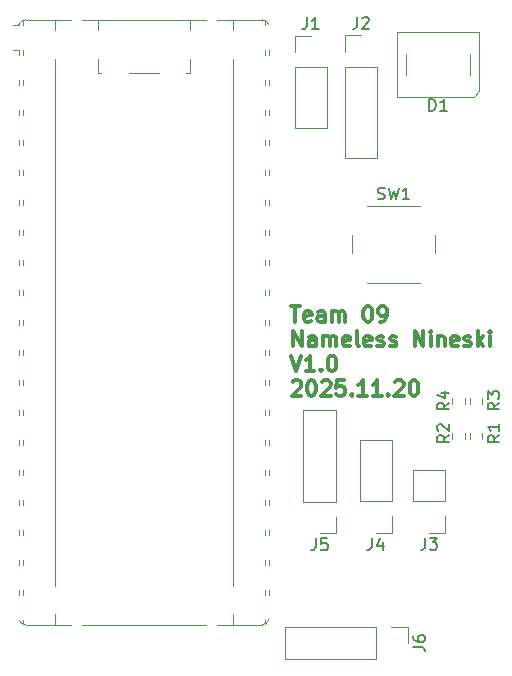
<source format=gbr>
%TF.GenerationSoftware,KiCad,Pcbnew,9.0.6*%
%TF.CreationDate,2025-11-19T19:53:09-08:00*%
%TF.ProjectId,LED sniffer project,4c454420-736e-4696-9666-65722070726f,1.0*%
%TF.SameCoordinates,Original*%
%TF.FileFunction,Legend,Top*%
%TF.FilePolarity,Positive*%
%FSLAX46Y46*%
G04 Gerber Fmt 4.6, Leading zero omitted, Abs format (unit mm)*
G04 Created by KiCad (PCBNEW 9.0.6) date 2025-11-19 19:53:09*
%MOMM*%
%LPD*%
G01*
G04 APERTURE LIST*
%ADD10C,0.300000*%
%ADD11C,0.150000*%
%ADD12C,0.120000*%
G04 APERTURE END LIST*
D10*
X149571177Y-75746523D02*
X150314034Y-75746523D01*
X149942606Y-77046523D02*
X149942606Y-75746523D01*
X151242605Y-76984619D02*
X151118796Y-77046523D01*
X151118796Y-77046523D02*
X150871177Y-77046523D01*
X150871177Y-77046523D02*
X150747367Y-76984619D01*
X150747367Y-76984619D02*
X150685463Y-76860809D01*
X150685463Y-76860809D02*
X150685463Y-76365571D01*
X150685463Y-76365571D02*
X150747367Y-76241761D01*
X150747367Y-76241761D02*
X150871177Y-76179857D01*
X150871177Y-76179857D02*
X151118796Y-76179857D01*
X151118796Y-76179857D02*
X151242605Y-76241761D01*
X151242605Y-76241761D02*
X151304510Y-76365571D01*
X151304510Y-76365571D02*
X151304510Y-76489380D01*
X151304510Y-76489380D02*
X150685463Y-76613190D01*
X152418796Y-77046523D02*
X152418796Y-76365571D01*
X152418796Y-76365571D02*
X152356891Y-76241761D01*
X152356891Y-76241761D02*
X152233082Y-76179857D01*
X152233082Y-76179857D02*
X151985463Y-76179857D01*
X151985463Y-76179857D02*
X151861653Y-76241761D01*
X152418796Y-76984619D02*
X152294987Y-77046523D01*
X152294987Y-77046523D02*
X151985463Y-77046523D01*
X151985463Y-77046523D02*
X151861653Y-76984619D01*
X151861653Y-76984619D02*
X151799749Y-76860809D01*
X151799749Y-76860809D02*
X151799749Y-76736999D01*
X151799749Y-76736999D02*
X151861653Y-76613190D01*
X151861653Y-76613190D02*
X151985463Y-76551285D01*
X151985463Y-76551285D02*
X152294987Y-76551285D01*
X152294987Y-76551285D02*
X152418796Y-76489380D01*
X153037843Y-77046523D02*
X153037843Y-76179857D01*
X153037843Y-76303666D02*
X153099748Y-76241761D01*
X153099748Y-76241761D02*
X153223558Y-76179857D01*
X153223558Y-76179857D02*
X153409272Y-76179857D01*
X153409272Y-76179857D02*
X153533081Y-76241761D01*
X153533081Y-76241761D02*
X153594986Y-76365571D01*
X153594986Y-76365571D02*
X153594986Y-77046523D01*
X153594986Y-76365571D02*
X153656891Y-76241761D01*
X153656891Y-76241761D02*
X153780700Y-76179857D01*
X153780700Y-76179857D02*
X153966415Y-76179857D01*
X153966415Y-76179857D02*
X154090224Y-76241761D01*
X154090224Y-76241761D02*
X154152129Y-76365571D01*
X154152129Y-76365571D02*
X154152129Y-77046523D01*
X156009271Y-75746523D02*
X156133081Y-75746523D01*
X156133081Y-75746523D02*
X156256890Y-75808428D01*
X156256890Y-75808428D02*
X156318795Y-75870333D01*
X156318795Y-75870333D02*
X156380700Y-75994142D01*
X156380700Y-75994142D02*
X156442605Y-76241761D01*
X156442605Y-76241761D02*
X156442605Y-76551285D01*
X156442605Y-76551285D02*
X156380700Y-76798904D01*
X156380700Y-76798904D02*
X156318795Y-76922714D01*
X156318795Y-76922714D02*
X156256890Y-76984619D01*
X156256890Y-76984619D02*
X156133081Y-77046523D01*
X156133081Y-77046523D02*
X156009271Y-77046523D01*
X156009271Y-77046523D02*
X155885462Y-76984619D01*
X155885462Y-76984619D02*
X155823557Y-76922714D01*
X155823557Y-76922714D02*
X155761652Y-76798904D01*
X155761652Y-76798904D02*
X155699748Y-76551285D01*
X155699748Y-76551285D02*
X155699748Y-76241761D01*
X155699748Y-76241761D02*
X155761652Y-75994142D01*
X155761652Y-75994142D02*
X155823557Y-75870333D01*
X155823557Y-75870333D02*
X155885462Y-75808428D01*
X155885462Y-75808428D02*
X156009271Y-75746523D01*
X157061652Y-77046523D02*
X157309271Y-77046523D01*
X157309271Y-77046523D02*
X157433081Y-76984619D01*
X157433081Y-76984619D02*
X157494985Y-76922714D01*
X157494985Y-76922714D02*
X157618795Y-76736999D01*
X157618795Y-76736999D02*
X157680700Y-76489380D01*
X157680700Y-76489380D02*
X157680700Y-75994142D01*
X157680700Y-75994142D02*
X157618795Y-75870333D01*
X157618795Y-75870333D02*
X157556890Y-75808428D01*
X157556890Y-75808428D02*
X157433081Y-75746523D01*
X157433081Y-75746523D02*
X157185462Y-75746523D01*
X157185462Y-75746523D02*
X157061652Y-75808428D01*
X157061652Y-75808428D02*
X156999747Y-75870333D01*
X156999747Y-75870333D02*
X156937843Y-75994142D01*
X156937843Y-75994142D02*
X156937843Y-76303666D01*
X156937843Y-76303666D02*
X156999747Y-76427476D01*
X156999747Y-76427476D02*
X157061652Y-76489380D01*
X157061652Y-76489380D02*
X157185462Y-76551285D01*
X157185462Y-76551285D02*
X157433081Y-76551285D01*
X157433081Y-76551285D02*
X157556890Y-76489380D01*
X157556890Y-76489380D02*
X157618795Y-76427476D01*
X157618795Y-76427476D02*
X157680700Y-76303666D01*
X149756891Y-79139450D02*
X149756891Y-77839450D01*
X149756891Y-77839450D02*
X150499748Y-79139450D01*
X150499748Y-79139450D02*
X150499748Y-77839450D01*
X151675939Y-79139450D02*
X151675939Y-78458498D01*
X151675939Y-78458498D02*
X151614034Y-78334688D01*
X151614034Y-78334688D02*
X151490225Y-78272784D01*
X151490225Y-78272784D02*
X151242606Y-78272784D01*
X151242606Y-78272784D02*
X151118796Y-78334688D01*
X151675939Y-79077546D02*
X151552130Y-79139450D01*
X151552130Y-79139450D02*
X151242606Y-79139450D01*
X151242606Y-79139450D02*
X151118796Y-79077546D01*
X151118796Y-79077546D02*
X151056892Y-78953736D01*
X151056892Y-78953736D02*
X151056892Y-78829926D01*
X151056892Y-78829926D02*
X151118796Y-78706117D01*
X151118796Y-78706117D02*
X151242606Y-78644212D01*
X151242606Y-78644212D02*
X151552130Y-78644212D01*
X151552130Y-78644212D02*
X151675939Y-78582307D01*
X152294986Y-79139450D02*
X152294986Y-78272784D01*
X152294986Y-78396593D02*
X152356891Y-78334688D01*
X152356891Y-78334688D02*
X152480701Y-78272784D01*
X152480701Y-78272784D02*
X152666415Y-78272784D01*
X152666415Y-78272784D02*
X152790224Y-78334688D01*
X152790224Y-78334688D02*
X152852129Y-78458498D01*
X152852129Y-78458498D02*
X152852129Y-79139450D01*
X152852129Y-78458498D02*
X152914034Y-78334688D01*
X152914034Y-78334688D02*
X153037843Y-78272784D01*
X153037843Y-78272784D02*
X153223558Y-78272784D01*
X153223558Y-78272784D02*
X153347367Y-78334688D01*
X153347367Y-78334688D02*
X153409272Y-78458498D01*
X153409272Y-78458498D02*
X153409272Y-79139450D01*
X154523557Y-79077546D02*
X154399748Y-79139450D01*
X154399748Y-79139450D02*
X154152129Y-79139450D01*
X154152129Y-79139450D02*
X154028319Y-79077546D01*
X154028319Y-79077546D02*
X153966415Y-78953736D01*
X153966415Y-78953736D02*
X153966415Y-78458498D01*
X153966415Y-78458498D02*
X154028319Y-78334688D01*
X154028319Y-78334688D02*
X154152129Y-78272784D01*
X154152129Y-78272784D02*
X154399748Y-78272784D01*
X154399748Y-78272784D02*
X154523557Y-78334688D01*
X154523557Y-78334688D02*
X154585462Y-78458498D01*
X154585462Y-78458498D02*
X154585462Y-78582307D01*
X154585462Y-78582307D02*
X153966415Y-78706117D01*
X155328320Y-79139450D02*
X155204510Y-79077546D01*
X155204510Y-79077546D02*
X155142605Y-78953736D01*
X155142605Y-78953736D02*
X155142605Y-77839450D01*
X156318795Y-79077546D02*
X156194986Y-79139450D01*
X156194986Y-79139450D02*
X155947367Y-79139450D01*
X155947367Y-79139450D02*
X155823557Y-79077546D01*
X155823557Y-79077546D02*
X155761653Y-78953736D01*
X155761653Y-78953736D02*
X155761653Y-78458498D01*
X155761653Y-78458498D02*
X155823557Y-78334688D01*
X155823557Y-78334688D02*
X155947367Y-78272784D01*
X155947367Y-78272784D02*
X156194986Y-78272784D01*
X156194986Y-78272784D02*
X156318795Y-78334688D01*
X156318795Y-78334688D02*
X156380700Y-78458498D01*
X156380700Y-78458498D02*
X156380700Y-78582307D01*
X156380700Y-78582307D02*
X155761653Y-78706117D01*
X156875939Y-79077546D02*
X156999748Y-79139450D01*
X156999748Y-79139450D02*
X157247367Y-79139450D01*
X157247367Y-79139450D02*
X157371177Y-79077546D01*
X157371177Y-79077546D02*
X157433081Y-78953736D01*
X157433081Y-78953736D02*
X157433081Y-78891831D01*
X157433081Y-78891831D02*
X157371177Y-78768022D01*
X157371177Y-78768022D02*
X157247367Y-78706117D01*
X157247367Y-78706117D02*
X157061653Y-78706117D01*
X157061653Y-78706117D02*
X156937843Y-78644212D01*
X156937843Y-78644212D02*
X156875939Y-78520403D01*
X156875939Y-78520403D02*
X156875939Y-78458498D01*
X156875939Y-78458498D02*
X156937843Y-78334688D01*
X156937843Y-78334688D02*
X157061653Y-78272784D01*
X157061653Y-78272784D02*
X157247367Y-78272784D01*
X157247367Y-78272784D02*
X157371177Y-78334688D01*
X157928320Y-79077546D02*
X158052129Y-79139450D01*
X158052129Y-79139450D02*
X158299748Y-79139450D01*
X158299748Y-79139450D02*
X158423558Y-79077546D01*
X158423558Y-79077546D02*
X158485462Y-78953736D01*
X158485462Y-78953736D02*
X158485462Y-78891831D01*
X158485462Y-78891831D02*
X158423558Y-78768022D01*
X158423558Y-78768022D02*
X158299748Y-78706117D01*
X158299748Y-78706117D02*
X158114034Y-78706117D01*
X158114034Y-78706117D02*
X157990224Y-78644212D01*
X157990224Y-78644212D02*
X157928320Y-78520403D01*
X157928320Y-78520403D02*
X157928320Y-78458498D01*
X157928320Y-78458498D02*
X157990224Y-78334688D01*
X157990224Y-78334688D02*
X158114034Y-78272784D01*
X158114034Y-78272784D02*
X158299748Y-78272784D01*
X158299748Y-78272784D02*
X158423558Y-78334688D01*
X160033081Y-79139450D02*
X160033081Y-77839450D01*
X160033081Y-77839450D02*
X160775938Y-79139450D01*
X160775938Y-79139450D02*
X160775938Y-77839450D01*
X161394986Y-79139450D02*
X161394986Y-78272784D01*
X161394986Y-77839450D02*
X161333082Y-77901355D01*
X161333082Y-77901355D02*
X161394986Y-77963260D01*
X161394986Y-77963260D02*
X161456891Y-77901355D01*
X161456891Y-77901355D02*
X161394986Y-77839450D01*
X161394986Y-77839450D02*
X161394986Y-77963260D01*
X162014034Y-78272784D02*
X162014034Y-79139450D01*
X162014034Y-78396593D02*
X162075939Y-78334688D01*
X162075939Y-78334688D02*
X162199749Y-78272784D01*
X162199749Y-78272784D02*
X162385463Y-78272784D01*
X162385463Y-78272784D02*
X162509272Y-78334688D01*
X162509272Y-78334688D02*
X162571177Y-78458498D01*
X162571177Y-78458498D02*
X162571177Y-79139450D01*
X163685462Y-79077546D02*
X163561653Y-79139450D01*
X163561653Y-79139450D02*
X163314034Y-79139450D01*
X163314034Y-79139450D02*
X163190224Y-79077546D01*
X163190224Y-79077546D02*
X163128320Y-78953736D01*
X163128320Y-78953736D02*
X163128320Y-78458498D01*
X163128320Y-78458498D02*
X163190224Y-78334688D01*
X163190224Y-78334688D02*
X163314034Y-78272784D01*
X163314034Y-78272784D02*
X163561653Y-78272784D01*
X163561653Y-78272784D02*
X163685462Y-78334688D01*
X163685462Y-78334688D02*
X163747367Y-78458498D01*
X163747367Y-78458498D02*
X163747367Y-78582307D01*
X163747367Y-78582307D02*
X163128320Y-78706117D01*
X164242606Y-79077546D02*
X164366415Y-79139450D01*
X164366415Y-79139450D02*
X164614034Y-79139450D01*
X164614034Y-79139450D02*
X164737844Y-79077546D01*
X164737844Y-79077546D02*
X164799748Y-78953736D01*
X164799748Y-78953736D02*
X164799748Y-78891831D01*
X164799748Y-78891831D02*
X164737844Y-78768022D01*
X164737844Y-78768022D02*
X164614034Y-78706117D01*
X164614034Y-78706117D02*
X164428320Y-78706117D01*
X164428320Y-78706117D02*
X164304510Y-78644212D01*
X164304510Y-78644212D02*
X164242606Y-78520403D01*
X164242606Y-78520403D02*
X164242606Y-78458498D01*
X164242606Y-78458498D02*
X164304510Y-78334688D01*
X164304510Y-78334688D02*
X164428320Y-78272784D01*
X164428320Y-78272784D02*
X164614034Y-78272784D01*
X164614034Y-78272784D02*
X164737844Y-78334688D01*
X165356891Y-79139450D02*
X165356891Y-77839450D01*
X165480701Y-78644212D02*
X165852129Y-79139450D01*
X165852129Y-78272784D02*
X165356891Y-78768022D01*
X166409272Y-79139450D02*
X166409272Y-78272784D01*
X166409272Y-77839450D02*
X166347368Y-77901355D01*
X166347368Y-77901355D02*
X166409272Y-77963260D01*
X166409272Y-77963260D02*
X166471177Y-77901355D01*
X166471177Y-77901355D02*
X166409272Y-77839450D01*
X166409272Y-77839450D02*
X166409272Y-77963260D01*
X149571177Y-79932377D02*
X150004510Y-81232377D01*
X150004510Y-81232377D02*
X150437844Y-79932377D01*
X151552130Y-81232377D02*
X150809273Y-81232377D01*
X151180701Y-81232377D02*
X151180701Y-79932377D01*
X151180701Y-79932377D02*
X151056892Y-80118092D01*
X151056892Y-80118092D02*
X150933082Y-80241901D01*
X150933082Y-80241901D02*
X150809273Y-80303806D01*
X152109272Y-81108568D02*
X152171177Y-81170473D01*
X152171177Y-81170473D02*
X152109272Y-81232377D01*
X152109272Y-81232377D02*
X152047368Y-81170473D01*
X152047368Y-81170473D02*
X152109272Y-81108568D01*
X152109272Y-81108568D02*
X152109272Y-81232377D01*
X152975939Y-79932377D02*
X153099749Y-79932377D01*
X153099749Y-79932377D02*
X153223558Y-79994282D01*
X153223558Y-79994282D02*
X153285463Y-80056187D01*
X153285463Y-80056187D02*
X153347368Y-80179996D01*
X153347368Y-80179996D02*
X153409273Y-80427615D01*
X153409273Y-80427615D02*
X153409273Y-80737139D01*
X153409273Y-80737139D02*
X153347368Y-80984758D01*
X153347368Y-80984758D02*
X153285463Y-81108568D01*
X153285463Y-81108568D02*
X153223558Y-81170473D01*
X153223558Y-81170473D02*
X153099749Y-81232377D01*
X153099749Y-81232377D02*
X152975939Y-81232377D01*
X152975939Y-81232377D02*
X152852130Y-81170473D01*
X152852130Y-81170473D02*
X152790225Y-81108568D01*
X152790225Y-81108568D02*
X152728320Y-80984758D01*
X152728320Y-80984758D02*
X152666416Y-80737139D01*
X152666416Y-80737139D02*
X152666416Y-80427615D01*
X152666416Y-80427615D02*
X152728320Y-80179996D01*
X152728320Y-80179996D02*
X152790225Y-80056187D01*
X152790225Y-80056187D02*
X152852130Y-79994282D01*
X152852130Y-79994282D02*
X152975939Y-79932377D01*
X149694987Y-82149114D02*
X149756891Y-82087209D01*
X149756891Y-82087209D02*
X149880701Y-82025304D01*
X149880701Y-82025304D02*
X150190225Y-82025304D01*
X150190225Y-82025304D02*
X150314034Y-82087209D01*
X150314034Y-82087209D02*
X150375939Y-82149114D01*
X150375939Y-82149114D02*
X150437844Y-82272923D01*
X150437844Y-82272923D02*
X150437844Y-82396733D01*
X150437844Y-82396733D02*
X150375939Y-82582447D01*
X150375939Y-82582447D02*
X149633082Y-83325304D01*
X149633082Y-83325304D02*
X150437844Y-83325304D01*
X151242605Y-82025304D02*
X151366415Y-82025304D01*
X151366415Y-82025304D02*
X151490224Y-82087209D01*
X151490224Y-82087209D02*
X151552129Y-82149114D01*
X151552129Y-82149114D02*
X151614034Y-82272923D01*
X151614034Y-82272923D02*
X151675939Y-82520542D01*
X151675939Y-82520542D02*
X151675939Y-82830066D01*
X151675939Y-82830066D02*
X151614034Y-83077685D01*
X151614034Y-83077685D02*
X151552129Y-83201495D01*
X151552129Y-83201495D02*
X151490224Y-83263400D01*
X151490224Y-83263400D02*
X151366415Y-83325304D01*
X151366415Y-83325304D02*
X151242605Y-83325304D01*
X151242605Y-83325304D02*
X151118796Y-83263400D01*
X151118796Y-83263400D02*
X151056891Y-83201495D01*
X151056891Y-83201495D02*
X150994986Y-83077685D01*
X150994986Y-83077685D02*
X150933082Y-82830066D01*
X150933082Y-82830066D02*
X150933082Y-82520542D01*
X150933082Y-82520542D02*
X150994986Y-82272923D01*
X150994986Y-82272923D02*
X151056891Y-82149114D01*
X151056891Y-82149114D02*
X151118796Y-82087209D01*
X151118796Y-82087209D02*
X151242605Y-82025304D01*
X152171177Y-82149114D02*
X152233081Y-82087209D01*
X152233081Y-82087209D02*
X152356891Y-82025304D01*
X152356891Y-82025304D02*
X152666415Y-82025304D01*
X152666415Y-82025304D02*
X152790224Y-82087209D01*
X152790224Y-82087209D02*
X152852129Y-82149114D01*
X152852129Y-82149114D02*
X152914034Y-82272923D01*
X152914034Y-82272923D02*
X152914034Y-82396733D01*
X152914034Y-82396733D02*
X152852129Y-82582447D01*
X152852129Y-82582447D02*
X152109272Y-83325304D01*
X152109272Y-83325304D02*
X152914034Y-83325304D01*
X154090224Y-82025304D02*
X153471176Y-82025304D01*
X153471176Y-82025304D02*
X153409272Y-82644352D01*
X153409272Y-82644352D02*
X153471176Y-82582447D01*
X153471176Y-82582447D02*
X153594986Y-82520542D01*
X153594986Y-82520542D02*
X153904510Y-82520542D01*
X153904510Y-82520542D02*
X154028319Y-82582447D01*
X154028319Y-82582447D02*
X154090224Y-82644352D01*
X154090224Y-82644352D02*
X154152129Y-82768161D01*
X154152129Y-82768161D02*
X154152129Y-83077685D01*
X154152129Y-83077685D02*
X154090224Y-83201495D01*
X154090224Y-83201495D02*
X154028319Y-83263400D01*
X154028319Y-83263400D02*
X153904510Y-83325304D01*
X153904510Y-83325304D02*
X153594986Y-83325304D01*
X153594986Y-83325304D02*
X153471176Y-83263400D01*
X153471176Y-83263400D02*
X153409272Y-83201495D01*
X154709271Y-83201495D02*
X154771176Y-83263400D01*
X154771176Y-83263400D02*
X154709271Y-83325304D01*
X154709271Y-83325304D02*
X154647367Y-83263400D01*
X154647367Y-83263400D02*
X154709271Y-83201495D01*
X154709271Y-83201495D02*
X154709271Y-83325304D01*
X156009272Y-83325304D02*
X155266415Y-83325304D01*
X155637843Y-83325304D02*
X155637843Y-82025304D01*
X155637843Y-82025304D02*
X155514034Y-82211019D01*
X155514034Y-82211019D02*
X155390224Y-82334828D01*
X155390224Y-82334828D02*
X155266415Y-82396733D01*
X157247367Y-83325304D02*
X156504510Y-83325304D01*
X156875938Y-83325304D02*
X156875938Y-82025304D01*
X156875938Y-82025304D02*
X156752129Y-82211019D01*
X156752129Y-82211019D02*
X156628319Y-82334828D01*
X156628319Y-82334828D02*
X156504510Y-82396733D01*
X157804509Y-83201495D02*
X157866414Y-83263400D01*
X157866414Y-83263400D02*
X157804509Y-83325304D01*
X157804509Y-83325304D02*
X157742605Y-83263400D01*
X157742605Y-83263400D02*
X157804509Y-83201495D01*
X157804509Y-83201495D02*
X157804509Y-83325304D01*
X158361653Y-82149114D02*
X158423557Y-82087209D01*
X158423557Y-82087209D02*
X158547367Y-82025304D01*
X158547367Y-82025304D02*
X158856891Y-82025304D01*
X158856891Y-82025304D02*
X158980700Y-82087209D01*
X158980700Y-82087209D02*
X159042605Y-82149114D01*
X159042605Y-82149114D02*
X159104510Y-82272923D01*
X159104510Y-82272923D02*
X159104510Y-82396733D01*
X159104510Y-82396733D02*
X159042605Y-82582447D01*
X159042605Y-82582447D02*
X158299748Y-83325304D01*
X158299748Y-83325304D02*
X159104510Y-83325304D01*
X159909271Y-82025304D02*
X160033081Y-82025304D01*
X160033081Y-82025304D02*
X160156890Y-82087209D01*
X160156890Y-82087209D02*
X160218795Y-82149114D01*
X160218795Y-82149114D02*
X160280700Y-82272923D01*
X160280700Y-82272923D02*
X160342605Y-82520542D01*
X160342605Y-82520542D02*
X160342605Y-82830066D01*
X160342605Y-82830066D02*
X160280700Y-83077685D01*
X160280700Y-83077685D02*
X160218795Y-83201495D01*
X160218795Y-83201495D02*
X160156890Y-83263400D01*
X160156890Y-83263400D02*
X160033081Y-83325304D01*
X160033081Y-83325304D02*
X159909271Y-83325304D01*
X159909271Y-83325304D02*
X159785462Y-83263400D01*
X159785462Y-83263400D02*
X159723557Y-83201495D01*
X159723557Y-83201495D02*
X159661652Y-83077685D01*
X159661652Y-83077685D02*
X159599748Y-82830066D01*
X159599748Y-82830066D02*
X159599748Y-82520542D01*
X159599748Y-82520542D02*
X159661652Y-82272923D01*
X159661652Y-82272923D02*
X159723557Y-82149114D01*
X159723557Y-82149114D02*
X159785462Y-82087209D01*
X159785462Y-82087209D02*
X159909271Y-82025304D01*
D11*
X159894819Y-104583333D02*
X160609104Y-104583333D01*
X160609104Y-104583333D02*
X160751961Y-104630952D01*
X160751961Y-104630952D02*
X160847200Y-104726190D01*
X160847200Y-104726190D02*
X160894819Y-104869047D01*
X160894819Y-104869047D02*
X160894819Y-104964285D01*
X159894819Y-103678571D02*
X159894819Y-103869047D01*
X159894819Y-103869047D02*
X159942438Y-103964285D01*
X159942438Y-103964285D02*
X159990057Y-104011904D01*
X159990057Y-104011904D02*
X160132914Y-104107142D01*
X160132914Y-104107142D02*
X160323390Y-104154761D01*
X160323390Y-104154761D02*
X160704342Y-104154761D01*
X160704342Y-104154761D02*
X160799580Y-104107142D01*
X160799580Y-104107142D02*
X160847200Y-104059523D01*
X160847200Y-104059523D02*
X160894819Y-103964285D01*
X160894819Y-103964285D02*
X160894819Y-103773809D01*
X160894819Y-103773809D02*
X160847200Y-103678571D01*
X160847200Y-103678571D02*
X160799580Y-103630952D01*
X160799580Y-103630952D02*
X160704342Y-103583333D01*
X160704342Y-103583333D02*
X160466247Y-103583333D01*
X160466247Y-103583333D02*
X160371009Y-103630952D01*
X160371009Y-103630952D02*
X160323390Y-103678571D01*
X160323390Y-103678571D02*
X160275771Y-103773809D01*
X160275771Y-103773809D02*
X160275771Y-103964285D01*
X160275771Y-103964285D02*
X160323390Y-104059523D01*
X160323390Y-104059523D02*
X160371009Y-104107142D01*
X160371009Y-104107142D02*
X160466247Y-104154761D01*
X156416666Y-95374819D02*
X156416666Y-96089104D01*
X156416666Y-96089104D02*
X156369047Y-96231961D01*
X156369047Y-96231961D02*
X156273809Y-96327200D01*
X156273809Y-96327200D02*
X156130952Y-96374819D01*
X156130952Y-96374819D02*
X156035714Y-96374819D01*
X157321428Y-95708152D02*
X157321428Y-96374819D01*
X157083333Y-95327200D02*
X156845238Y-96041485D01*
X156845238Y-96041485D02*
X157464285Y-96041485D01*
X160916666Y-95359819D02*
X160916666Y-96074104D01*
X160916666Y-96074104D02*
X160869047Y-96216961D01*
X160869047Y-96216961D02*
X160773809Y-96312200D01*
X160773809Y-96312200D02*
X160630952Y-96359819D01*
X160630952Y-96359819D02*
X160535714Y-96359819D01*
X161297619Y-95359819D02*
X161916666Y-95359819D01*
X161916666Y-95359819D02*
X161583333Y-95740771D01*
X161583333Y-95740771D02*
X161726190Y-95740771D01*
X161726190Y-95740771D02*
X161821428Y-95788390D01*
X161821428Y-95788390D02*
X161869047Y-95836009D01*
X161869047Y-95836009D02*
X161916666Y-95931247D01*
X161916666Y-95931247D02*
X161916666Y-96169342D01*
X161916666Y-96169342D02*
X161869047Y-96264580D01*
X161869047Y-96264580D02*
X161821428Y-96312200D01*
X161821428Y-96312200D02*
X161726190Y-96359819D01*
X161726190Y-96359819D02*
X161440476Y-96359819D01*
X161440476Y-96359819D02*
X161345238Y-96312200D01*
X161345238Y-96312200D02*
X161297619Y-96264580D01*
X155166666Y-51264819D02*
X155166666Y-51979104D01*
X155166666Y-51979104D02*
X155119047Y-52121961D01*
X155119047Y-52121961D02*
X155023809Y-52217200D01*
X155023809Y-52217200D02*
X154880952Y-52264819D01*
X154880952Y-52264819D02*
X154785714Y-52264819D01*
X155595238Y-51360057D02*
X155642857Y-51312438D01*
X155642857Y-51312438D02*
X155738095Y-51264819D01*
X155738095Y-51264819D02*
X155976190Y-51264819D01*
X155976190Y-51264819D02*
X156071428Y-51312438D01*
X156071428Y-51312438D02*
X156119047Y-51360057D01*
X156119047Y-51360057D02*
X156166666Y-51455295D01*
X156166666Y-51455295D02*
X156166666Y-51550533D01*
X156166666Y-51550533D02*
X156119047Y-51693390D01*
X156119047Y-51693390D02*
X155547619Y-52264819D01*
X155547619Y-52264819D02*
X156166666Y-52264819D01*
X150916666Y-51284819D02*
X150916666Y-51999104D01*
X150916666Y-51999104D02*
X150869047Y-52141961D01*
X150869047Y-52141961D02*
X150773809Y-52237200D01*
X150773809Y-52237200D02*
X150630952Y-52284819D01*
X150630952Y-52284819D02*
X150535714Y-52284819D01*
X151916666Y-52284819D02*
X151345238Y-52284819D01*
X151630952Y-52284819D02*
X151630952Y-51284819D01*
X151630952Y-51284819D02*
X151535714Y-51427676D01*
X151535714Y-51427676D02*
X151440476Y-51522914D01*
X151440476Y-51522914D02*
X151345238Y-51570533D01*
X151666666Y-95394819D02*
X151666666Y-96109104D01*
X151666666Y-96109104D02*
X151619047Y-96251961D01*
X151619047Y-96251961D02*
X151523809Y-96347200D01*
X151523809Y-96347200D02*
X151380952Y-96394819D01*
X151380952Y-96394819D02*
X151285714Y-96394819D01*
X152619047Y-95394819D02*
X152142857Y-95394819D01*
X152142857Y-95394819D02*
X152095238Y-95871009D01*
X152095238Y-95871009D02*
X152142857Y-95823390D01*
X152142857Y-95823390D02*
X152238095Y-95775771D01*
X152238095Y-95775771D02*
X152476190Y-95775771D01*
X152476190Y-95775771D02*
X152571428Y-95823390D01*
X152571428Y-95823390D02*
X152619047Y-95871009D01*
X152619047Y-95871009D02*
X152666666Y-95966247D01*
X152666666Y-95966247D02*
X152666666Y-96204342D01*
X152666666Y-96204342D02*
X152619047Y-96299580D01*
X152619047Y-96299580D02*
X152571428Y-96347200D01*
X152571428Y-96347200D02*
X152476190Y-96394819D01*
X152476190Y-96394819D02*
X152238095Y-96394819D01*
X152238095Y-96394819D02*
X152142857Y-96347200D01*
X152142857Y-96347200D02*
X152095238Y-96299580D01*
X167204819Y-86666666D02*
X166728628Y-86999999D01*
X167204819Y-87238094D02*
X166204819Y-87238094D01*
X166204819Y-87238094D02*
X166204819Y-86857142D01*
X166204819Y-86857142D02*
X166252438Y-86761904D01*
X166252438Y-86761904D02*
X166300057Y-86714285D01*
X166300057Y-86714285D02*
X166395295Y-86666666D01*
X166395295Y-86666666D02*
X166538152Y-86666666D01*
X166538152Y-86666666D02*
X166633390Y-86714285D01*
X166633390Y-86714285D02*
X166681009Y-86761904D01*
X166681009Y-86761904D02*
X166728628Y-86857142D01*
X166728628Y-86857142D02*
X166728628Y-87238094D01*
X167204819Y-85714285D02*
X167204819Y-86285713D01*
X167204819Y-85999999D02*
X166204819Y-85999999D01*
X166204819Y-85999999D02*
X166347676Y-86095237D01*
X166347676Y-86095237D02*
X166442914Y-86190475D01*
X166442914Y-86190475D02*
X166490533Y-86285713D01*
X162954819Y-86666666D02*
X162478628Y-86999999D01*
X162954819Y-87238094D02*
X161954819Y-87238094D01*
X161954819Y-87238094D02*
X161954819Y-86857142D01*
X161954819Y-86857142D02*
X162002438Y-86761904D01*
X162002438Y-86761904D02*
X162050057Y-86714285D01*
X162050057Y-86714285D02*
X162145295Y-86666666D01*
X162145295Y-86666666D02*
X162288152Y-86666666D01*
X162288152Y-86666666D02*
X162383390Y-86714285D01*
X162383390Y-86714285D02*
X162431009Y-86761904D01*
X162431009Y-86761904D02*
X162478628Y-86857142D01*
X162478628Y-86857142D02*
X162478628Y-87238094D01*
X162050057Y-86285713D02*
X162002438Y-86238094D01*
X162002438Y-86238094D02*
X161954819Y-86142856D01*
X161954819Y-86142856D02*
X161954819Y-85904761D01*
X161954819Y-85904761D02*
X162002438Y-85809523D01*
X162002438Y-85809523D02*
X162050057Y-85761904D01*
X162050057Y-85761904D02*
X162145295Y-85714285D01*
X162145295Y-85714285D02*
X162240533Y-85714285D01*
X162240533Y-85714285D02*
X162383390Y-85761904D01*
X162383390Y-85761904D02*
X162954819Y-86333332D01*
X162954819Y-86333332D02*
X162954819Y-85714285D01*
X167204819Y-83916666D02*
X166728628Y-84249999D01*
X167204819Y-84488094D02*
X166204819Y-84488094D01*
X166204819Y-84488094D02*
X166204819Y-84107142D01*
X166204819Y-84107142D02*
X166252438Y-84011904D01*
X166252438Y-84011904D02*
X166300057Y-83964285D01*
X166300057Y-83964285D02*
X166395295Y-83916666D01*
X166395295Y-83916666D02*
X166538152Y-83916666D01*
X166538152Y-83916666D02*
X166633390Y-83964285D01*
X166633390Y-83964285D02*
X166681009Y-84011904D01*
X166681009Y-84011904D02*
X166728628Y-84107142D01*
X166728628Y-84107142D02*
X166728628Y-84488094D01*
X166204819Y-83583332D02*
X166204819Y-82964285D01*
X166204819Y-82964285D02*
X166585771Y-83297618D01*
X166585771Y-83297618D02*
X166585771Y-83154761D01*
X166585771Y-83154761D02*
X166633390Y-83059523D01*
X166633390Y-83059523D02*
X166681009Y-83011904D01*
X166681009Y-83011904D02*
X166776247Y-82964285D01*
X166776247Y-82964285D02*
X167014342Y-82964285D01*
X167014342Y-82964285D02*
X167109580Y-83011904D01*
X167109580Y-83011904D02*
X167157200Y-83059523D01*
X167157200Y-83059523D02*
X167204819Y-83154761D01*
X167204819Y-83154761D02*
X167204819Y-83440475D01*
X167204819Y-83440475D02*
X167157200Y-83535713D01*
X167157200Y-83535713D02*
X167109580Y-83583332D01*
X162954819Y-83916666D02*
X162478628Y-84249999D01*
X162954819Y-84488094D02*
X161954819Y-84488094D01*
X161954819Y-84488094D02*
X161954819Y-84107142D01*
X161954819Y-84107142D02*
X162002438Y-84011904D01*
X162002438Y-84011904D02*
X162050057Y-83964285D01*
X162050057Y-83964285D02*
X162145295Y-83916666D01*
X162145295Y-83916666D02*
X162288152Y-83916666D01*
X162288152Y-83916666D02*
X162383390Y-83964285D01*
X162383390Y-83964285D02*
X162431009Y-84011904D01*
X162431009Y-84011904D02*
X162478628Y-84107142D01*
X162478628Y-84107142D02*
X162478628Y-84488094D01*
X162288152Y-83059523D02*
X162954819Y-83059523D01*
X161907200Y-83297618D02*
X162621485Y-83535713D01*
X162621485Y-83535713D02*
X162621485Y-82916666D01*
X156916667Y-66657200D02*
X157059524Y-66704819D01*
X157059524Y-66704819D02*
X157297619Y-66704819D01*
X157297619Y-66704819D02*
X157392857Y-66657200D01*
X157392857Y-66657200D02*
X157440476Y-66609580D01*
X157440476Y-66609580D02*
X157488095Y-66514342D01*
X157488095Y-66514342D02*
X157488095Y-66419104D01*
X157488095Y-66419104D02*
X157440476Y-66323866D01*
X157440476Y-66323866D02*
X157392857Y-66276247D01*
X157392857Y-66276247D02*
X157297619Y-66228628D01*
X157297619Y-66228628D02*
X157107143Y-66181009D01*
X157107143Y-66181009D02*
X157011905Y-66133390D01*
X157011905Y-66133390D02*
X156964286Y-66085771D01*
X156964286Y-66085771D02*
X156916667Y-65990533D01*
X156916667Y-65990533D02*
X156916667Y-65895295D01*
X156916667Y-65895295D02*
X156964286Y-65800057D01*
X156964286Y-65800057D02*
X157011905Y-65752438D01*
X157011905Y-65752438D02*
X157107143Y-65704819D01*
X157107143Y-65704819D02*
X157345238Y-65704819D01*
X157345238Y-65704819D02*
X157488095Y-65752438D01*
X157821429Y-65704819D02*
X158059524Y-66704819D01*
X158059524Y-66704819D02*
X158250000Y-65990533D01*
X158250000Y-65990533D02*
X158440476Y-66704819D01*
X158440476Y-66704819D02*
X158678572Y-65704819D01*
X159583333Y-66704819D02*
X159011905Y-66704819D01*
X159297619Y-66704819D02*
X159297619Y-65704819D01*
X159297619Y-65704819D02*
X159202381Y-65847676D01*
X159202381Y-65847676D02*
X159107143Y-65942914D01*
X159107143Y-65942914D02*
X159011905Y-65990533D01*
X161261905Y-59204819D02*
X161261905Y-58204819D01*
X161261905Y-58204819D02*
X161500000Y-58204819D01*
X161500000Y-58204819D02*
X161642857Y-58252438D01*
X161642857Y-58252438D02*
X161738095Y-58347676D01*
X161738095Y-58347676D02*
X161785714Y-58442914D01*
X161785714Y-58442914D02*
X161833333Y-58633390D01*
X161833333Y-58633390D02*
X161833333Y-58776247D01*
X161833333Y-58776247D02*
X161785714Y-58966723D01*
X161785714Y-58966723D02*
X161738095Y-59061961D01*
X161738095Y-59061961D02*
X161642857Y-59157200D01*
X161642857Y-59157200D02*
X161500000Y-59204819D01*
X161500000Y-59204819D02*
X161261905Y-59204819D01*
X162785714Y-59204819D02*
X162214286Y-59204819D01*
X162500000Y-59204819D02*
X162500000Y-58204819D01*
X162500000Y-58204819D02*
X162404762Y-58347676D01*
X162404762Y-58347676D02*
X162309524Y-58442914D01*
X162309524Y-58442914D02*
X162214286Y-58490533D01*
D12*
%TO.C,J6*%
X156790000Y-105630000D02*
X149060000Y-105630000D01*
X149060000Y-102870000D02*
X149060000Y-105630000D01*
X156790000Y-102870000D02*
X156790000Y-105630000D01*
X156790000Y-102870000D02*
X149060000Y-102870000D01*
X158060000Y-102870000D02*
X159440000Y-102870000D01*
X159440000Y-102870000D02*
X159440000Y-104250000D01*
%TO.C,J4*%
X158130000Y-94920000D02*
X156750000Y-94920000D01*
X158130000Y-93540000D02*
X158130000Y-94920000D01*
X158130000Y-92270000D02*
X158130000Y-87080000D01*
X158130000Y-92270000D02*
X155370000Y-92270000D01*
X158130000Y-87080000D02*
X155370000Y-87080000D01*
X155370000Y-92270000D02*
X155370000Y-87080000D01*
%TO.C,J3*%
X162630000Y-94905000D02*
X161250000Y-94905000D01*
X162630000Y-93525000D02*
X162630000Y-94905000D01*
X162630000Y-92255000D02*
X162630000Y-89605000D01*
X162630000Y-92255000D02*
X159870000Y-92255000D01*
X162630000Y-89605000D02*
X159870000Y-89605000D01*
X159870000Y-92255000D02*
X159870000Y-89605000D01*
%TO.C,J2*%
X154120000Y-52810000D02*
X155500000Y-52810000D01*
X154120000Y-54190000D02*
X154120000Y-52810000D01*
X154120000Y-55460000D02*
X154120000Y-63190000D01*
X154120000Y-55460000D02*
X156880000Y-55460000D01*
X154120000Y-63190000D02*
X156880000Y-63190000D01*
X156880000Y-55460000D02*
X156880000Y-63190000D01*
%TO.C,J1*%
X149870000Y-52830000D02*
X151250000Y-52830000D01*
X149870000Y-54210000D02*
X149870000Y-52830000D01*
X149870000Y-55480000D02*
X149870000Y-60670000D01*
X149870000Y-55480000D02*
X152630000Y-55480000D01*
X149870000Y-60670000D02*
X152630000Y-60670000D01*
X152630000Y-55480000D02*
X152630000Y-60670000D01*
%TO.C,J5*%
X153380000Y-94940000D02*
X152000000Y-94940000D01*
X153380000Y-93560000D02*
X153380000Y-94940000D01*
X153380000Y-92290000D02*
X153380000Y-84560000D01*
X153380000Y-92290000D02*
X150620000Y-92290000D01*
X153380000Y-84560000D02*
X150620000Y-84560000D01*
X150620000Y-92290000D02*
X150620000Y-84560000D01*
%TO.C,PICO_MAIN1*%
X126500000Y-54020000D02*
X126020000Y-54020000D01*
X126500000Y-54020000D02*
X126500000Y-54440000D01*
X126500000Y-56560000D02*
X126500000Y-56980000D01*
X126500000Y-59100000D02*
X126500000Y-59520000D01*
X126500000Y-61640000D02*
X126500000Y-62060000D01*
X126500000Y-64180000D02*
X126500000Y-64600000D01*
X126500000Y-66720000D02*
X126500000Y-67140000D01*
X126500000Y-69260000D02*
X126500000Y-69680000D01*
X126500000Y-71800000D02*
X126500000Y-72220000D01*
X126500000Y-74340000D02*
X126500000Y-74760000D01*
X126500000Y-76880000D02*
X126500000Y-77300000D01*
X126500000Y-79420000D02*
X126500000Y-79840000D01*
X126500000Y-81960000D02*
X126500000Y-82380000D01*
X126500000Y-84500000D02*
X126500000Y-84920000D01*
X126500000Y-87040000D02*
X126500000Y-87460000D01*
X126500000Y-89580000D02*
X126500000Y-90000000D01*
X126500000Y-92120000D02*
X126500000Y-92540000D01*
X126500000Y-94660000D02*
X126500000Y-95080000D01*
X126500000Y-97200000D02*
X126500000Y-97620000D01*
X126500000Y-99740000D02*
X126500000Y-100160000D01*
X126530324Y-51900000D02*
X126020000Y-51900000D01*
X126840000Y-51900063D02*
X126840000Y-51543000D01*
X126840000Y-54020000D02*
X126840000Y-54440000D01*
X126840000Y-56560000D02*
X126840000Y-56980000D01*
X126840000Y-59100000D02*
X126840000Y-59520000D01*
X126840000Y-61640000D02*
X126840000Y-62060000D01*
X126840000Y-64180000D02*
X126840000Y-64600000D01*
X126840000Y-66720000D02*
X126840000Y-67140000D01*
X126840000Y-69260000D02*
X126840000Y-69680000D01*
X126840000Y-71800000D02*
X126840000Y-72220000D01*
X126840000Y-74340000D02*
X126840000Y-74760000D01*
X126840000Y-76880000D02*
X126840000Y-77300000D01*
X126840000Y-79420000D02*
X126840000Y-79840000D01*
X126840000Y-81960000D02*
X126840000Y-82380000D01*
X126840000Y-84500000D02*
X126840000Y-84920000D01*
X126840000Y-87040000D02*
X126840000Y-87460000D01*
X126840000Y-89580000D02*
X126840000Y-90000000D01*
X126840000Y-92120000D02*
X126840000Y-92540000D01*
X126840000Y-94660000D02*
X126840000Y-95080000D01*
X126840000Y-97200000D02*
X126840000Y-97620000D01*
X126840000Y-99740000D02*
X126840000Y-100160000D01*
X126840000Y-102279937D02*
X126840000Y-102637000D01*
X127110000Y-51480000D02*
X129600000Y-51480000D01*
X127110000Y-102700000D02*
X130947939Y-102700000D01*
X129600000Y-51480000D02*
X129600000Y-52393520D01*
X129600000Y-51480000D02*
X130947940Y-51480000D01*
X129600000Y-54786480D02*
X129600000Y-99393520D01*
X129600000Y-101786480D02*
X129600000Y-102700000D01*
X131872061Y-51480000D02*
X132875000Y-51480000D01*
X132875000Y-51480000D02*
X141345000Y-51480000D01*
X133210000Y-51480000D02*
X133210000Y-52396000D01*
X133210000Y-54784000D02*
X133210000Y-56000000D01*
X133210000Y-56000000D02*
X133506090Y-56000000D01*
X133510000Y-102700000D02*
X131872061Y-102700000D01*
X135863910Y-56000000D02*
X138356090Y-56000000D01*
X140710000Y-102700000D02*
X133510000Y-102700000D01*
X140713910Y-56000000D02*
X141010000Y-56000000D01*
X141010000Y-51480000D02*
X141010000Y-52396000D01*
X141010000Y-54784000D02*
X141010000Y-56000000D01*
X141345000Y-51480000D02*
X142347939Y-51480000D01*
X142347939Y-102700000D02*
X140710000Y-102700000D01*
X143272061Y-51480000D02*
X144620000Y-51480000D01*
X143272061Y-102700000D02*
X147110000Y-102700000D01*
X144620000Y-51480000D02*
X144620000Y-52393520D01*
X144620000Y-54786480D02*
X144620000Y-99393520D01*
X144620000Y-101786480D02*
X144620000Y-102700000D01*
X147110000Y-51480000D02*
X144620000Y-51480000D01*
X147380000Y-51900063D02*
X147380000Y-51543000D01*
X147380000Y-54020000D02*
X147380000Y-54440000D01*
X147380000Y-56560000D02*
X147380000Y-56980000D01*
X147380000Y-59100000D02*
X147380000Y-59520000D01*
X147380000Y-61640000D02*
X147380000Y-62060000D01*
X147380000Y-64180000D02*
X147380000Y-64600000D01*
X147380000Y-66720000D02*
X147380000Y-67140000D01*
X147380000Y-69260000D02*
X147380000Y-69680000D01*
X147380000Y-71800000D02*
X147380000Y-72220000D01*
X147380000Y-74340000D02*
X147380000Y-74760000D01*
X147380000Y-76880000D02*
X147380000Y-77300000D01*
X147380000Y-79420000D02*
X147380000Y-79840000D01*
X147380000Y-81960000D02*
X147380000Y-82380000D01*
X147380000Y-84500000D02*
X147380000Y-84920000D01*
X147380000Y-87040000D02*
X147380000Y-87460000D01*
X147380000Y-89580000D02*
X147380000Y-90000000D01*
X147380000Y-92120000D02*
X147380000Y-92540000D01*
X147380000Y-94660000D02*
X147380000Y-95080000D01*
X147380000Y-97200000D02*
X147380000Y-97620000D01*
X147380000Y-99740000D02*
X147380000Y-100160000D01*
X147380000Y-102279937D02*
X147380000Y-102637000D01*
X147720000Y-54020000D02*
X147720000Y-54440000D01*
X147720000Y-56560000D02*
X147720000Y-56980000D01*
X147720000Y-59100000D02*
X147720000Y-59520000D01*
X147720000Y-61640000D02*
X147720000Y-62060000D01*
X147720000Y-64180000D02*
X147720000Y-64600000D01*
X147720000Y-66720000D02*
X147720000Y-67140000D01*
X147720000Y-69260000D02*
X147720000Y-69680000D01*
X147720000Y-71800000D02*
X147720000Y-72220000D01*
X147720000Y-74340000D02*
X147720000Y-74760000D01*
X147720000Y-76880000D02*
X147720000Y-77300000D01*
X147720000Y-79420000D02*
X147720000Y-79840000D01*
X147720000Y-81960000D02*
X147720000Y-82380000D01*
X147720000Y-84500000D02*
X147720000Y-84920000D01*
X147720000Y-87040000D02*
X147720000Y-87460000D01*
X147720000Y-89580000D02*
X147720000Y-90000000D01*
X147720000Y-92120000D02*
X147720000Y-92540000D01*
X147720000Y-94660000D02*
X147720000Y-95080000D01*
X147720000Y-97200000D02*
X147720000Y-97620000D01*
X147720000Y-99740000D02*
X147720000Y-100160000D01*
X126530324Y-51900000D02*
G75*
G02*
X127110000Y-51480000I579692J-190051D01*
G01*
X127110000Y-102700000D02*
G75*
G02*
X126530324Y-102279937I1J610002D01*
G01*
X147110000Y-51480000D02*
G75*
G02*
X147689676Y-51900063I0J-610000D01*
G01*
X147689676Y-102279937D02*
G75*
G02*
X147110000Y-102700069I-579676J189837D01*
G01*
%TO.C,R1*%
X164727500Y-86987258D02*
X164727500Y-86512742D01*
X165772500Y-86987258D02*
X165772500Y-86512742D01*
%TO.C,R2*%
X163227500Y-86512742D02*
X163227500Y-86987258D01*
X164272500Y-86512742D02*
X164272500Y-86987258D01*
%TO.C,R3*%
X164727500Y-83987258D02*
X164727500Y-83512742D01*
X165772500Y-83987258D02*
X165772500Y-83512742D01*
%TO.C,R4*%
X163227500Y-83512742D02*
X163227500Y-83987258D01*
X164272500Y-83512742D02*
X164272500Y-83987258D01*
%TO.C,SW1*%
X154750000Y-69750000D02*
X154750000Y-71250000D01*
X156000000Y-73750000D02*
X160500000Y-73750000D01*
X160500000Y-67250000D02*
X156000000Y-67250000D01*
X161750000Y-71250000D02*
X161750000Y-69750000D01*
%TO.C,D1*%
X158500000Y-52500000D02*
X158500000Y-58000000D01*
X158500000Y-52500000D02*
X165500000Y-52500000D01*
X158500000Y-58000000D02*
X165050000Y-58000000D01*
X159300000Y-56150000D02*
X159300000Y-54350000D01*
X164700000Y-56150000D02*
X164700000Y-54350000D01*
X165050000Y-58000000D02*
X165500000Y-57550000D01*
X165500000Y-57550000D02*
X165500000Y-52500000D01*
%TD*%
M02*

</source>
